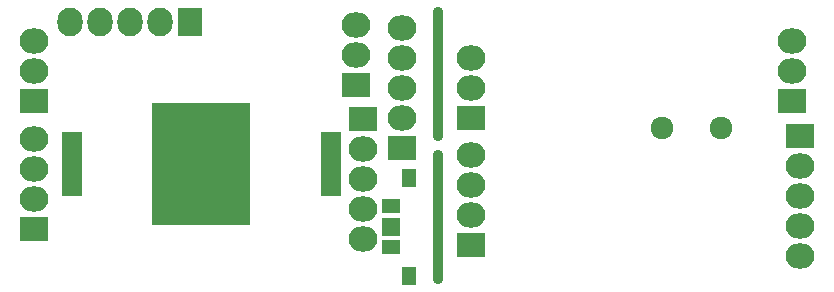
<source format=gbr>
G04 #@! TF.FileFunction,Soldermask,Bot*
%FSLAX46Y46*%
G04 Gerber Fmt 4.6, Leading zero omitted, Abs format (unit mm)*
G04 Created by KiCad (PCBNEW 4.0.2+dfsg1-stable) date Fri 06 Oct 2017 12:43:40 PM EEST*
%MOMM*%
G01*
G04 APERTURE LIST*
%ADD10C,0.100000*%
%ADD11C,1.924000*%
%ADD12R,2.432000X2.127200*%
%ADD13O,2.432000X2.127200*%
%ADD14R,2.127200X2.432000*%
%ADD15O,2.127200X2.432000*%
%ADD16O,0.900000X11.400000*%
%ADD17R,1.670000X5.480000*%
%ADD18R,8.400000X10.400000*%
%ADD19R,1.500000X1.200000*%
%ADD20R,1.500000X1.600000*%
%ADD21R,1.300000X1.600000*%
G04 APERTURE END LIST*
D10*
D11*
X146725000Y-67310000D03*
X151725000Y-67310000D03*
D12*
X93599000Y-65024000D03*
D13*
X93599000Y-62484000D03*
X93599000Y-59944000D03*
D12*
X93599000Y-75819000D03*
D13*
X93599000Y-73279000D03*
X93599000Y-70739000D03*
X93599000Y-68199000D03*
D14*
X106807000Y-58293000D03*
D15*
X104267000Y-58293000D03*
X101727000Y-58293000D03*
X99187000Y-58293000D03*
X96647000Y-58293000D03*
D12*
X124714000Y-68961000D03*
D13*
X124714000Y-66421000D03*
X124714000Y-63881000D03*
X124714000Y-61341000D03*
X124714000Y-58801000D03*
D12*
X120840500Y-63627000D03*
D13*
X120840500Y-61087000D03*
X120840500Y-58547000D03*
D12*
X157797500Y-65024000D03*
D13*
X157797500Y-62484000D03*
X157797500Y-59944000D03*
D12*
X130556000Y-66421000D03*
D13*
X130556000Y-63881000D03*
X130556000Y-61341000D03*
D12*
X130556000Y-77216000D03*
D13*
X130556000Y-74676000D03*
X130556000Y-72136000D03*
X130556000Y-69596000D03*
D12*
X121475500Y-66548000D03*
D13*
X121475500Y-69088000D03*
X121475500Y-71628000D03*
X121475500Y-74168000D03*
X121475500Y-76708000D03*
D12*
X158432500Y-67945000D03*
D13*
X158432500Y-70485000D03*
X158432500Y-73025000D03*
X158432500Y-75565000D03*
X158432500Y-78105000D03*
D16*
X127762000Y-62738000D03*
X127762000Y-74803000D03*
D17*
X118757700Y-70358000D03*
X96761300Y-70358000D03*
D18*
X107759500Y-70358000D03*
D19*
X123799000Y-73928500D03*
D20*
X123799000Y-75628500D03*
D21*
X125349000Y-71478500D03*
X125349000Y-79778500D03*
D19*
X123799000Y-77328500D03*
M02*

</source>
